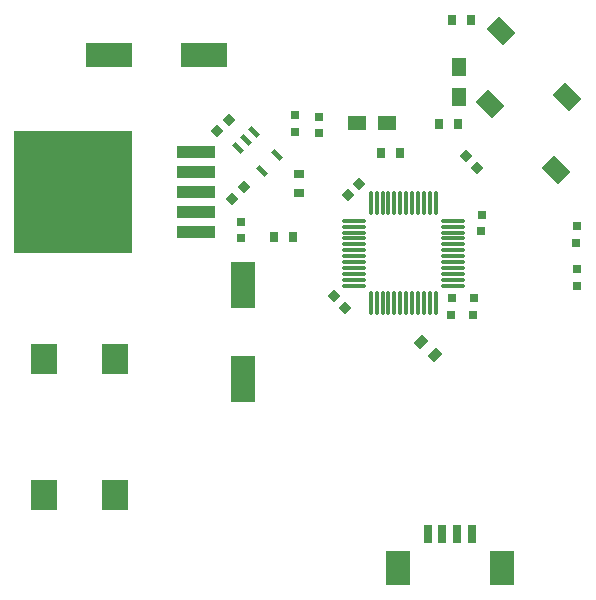
<source format=gtp>
G04*
G04 #@! TF.GenerationSoftware,Altium Limited,Altium Designer,19.1.8 (144)*
G04*
G04 Layer_Color=8421504*
%FSLAX44Y44*%
%MOMM*%
G71*
G01*
G75*
G04:AMPARAMS|DCode=18|XSize=0.8mm|YSize=0.965mm|CornerRadius=0mm|HoleSize=0mm|Usage=FLASHONLY|Rotation=315.000|XOffset=0mm|YOffset=0mm|HoleType=Round|Shape=Rectangle|*
%AMROTATEDRECTD18*
4,1,4,-0.6240,-0.0583,0.0583,0.6240,0.6240,0.0583,-0.0583,-0.6240,-0.6240,-0.0583,0.0*
%
%ADD18ROTATEDRECTD18*%

%ADD19R,0.7620X0.7620*%
%ADD20P,1.0776X4X360.0*%
%ADD21R,0.8000X0.9650*%
%ADD22P,1.0776X4X270.0*%
%ADD23R,0.9650X0.8000*%
%ADD24R,2.3000X2.5000*%
%ADD25R,3.2000X1.0500*%
%ADD26R,10.0000X10.4500*%
%ADD27R,4.0000X2.0000*%
%ADD28R,2.0000X4.0000*%
G04:AMPARAMS|DCode=29|XSize=0.45mm|YSize=1mm|CornerRadius=0mm|HoleSize=0mm|Usage=FLASHONLY|Rotation=45.000|XOffset=0mm|YOffset=0mm|HoleType=Round|Shape=Rectangle|*
%AMROTATEDRECTD29*
4,1,4,0.1945,-0.5127,-0.5127,0.1945,-0.1945,0.5127,0.5127,-0.1945,0.1945,-0.5127,0.0*
%
%ADD29ROTATEDRECTD29*%

G04:AMPARAMS|DCode=30|XSize=2mm|YSize=1.5mm|CornerRadius=0mm|HoleSize=0mm|Usage=FLASHONLY|Rotation=135.000|XOffset=0mm|YOffset=0mm|HoleType=Round|Shape=Rectangle|*
%AMROTATEDRECTD30*
4,1,4,1.2374,-0.1768,0.1768,-1.2374,-1.2374,0.1768,-0.1768,1.2374,1.2374,-0.1768,0.0*
%
%ADD30ROTATEDRECTD30*%

%ADD31R,1.5240X1.2700*%
%ADD32R,1.2700X1.5240*%
%ADD33O,0.3000X2.1000*%
%ADD34O,2.1000X0.3000*%
%ADD35R,2.1000X3.0000*%
%ADD36R,0.8000X1.6000*%
D18*
X828250Y637250D02*
D03*
X839564Y625936D02*
D03*
D19*
X872246Y660280D02*
D03*
X872500Y674250D02*
D03*
X853500Y660500D02*
D03*
X853754Y674470D02*
D03*
X959500Y735250D02*
D03*
X959246Y721280D02*
D03*
X959500Y685000D02*
D03*
X959754Y698970D02*
D03*
X879254Y744970D02*
D03*
X879000Y731000D02*
D03*
X675640Y739140D02*
D03*
X675386Y725170D02*
D03*
X741680Y828040D02*
D03*
X741426Y814070D02*
D03*
X721360Y829310D02*
D03*
X721106Y815340D02*
D03*
D20*
X753851Y676399D02*
D03*
X763550Y666341D02*
D03*
X875449Y784442D02*
D03*
X865750Y794500D02*
D03*
D21*
X870000Y910000D02*
D03*
X854000D02*
D03*
X843280Y821690D02*
D03*
X859280D02*
D03*
X794260Y797560D02*
D03*
X810260D02*
D03*
X719250Y726600D02*
D03*
X703250D02*
D03*
D22*
X775750Y771500D02*
D03*
X765692Y761801D02*
D03*
X668122Y758651D02*
D03*
X678180Y768350D02*
D03*
X655422Y815801D02*
D03*
X665480Y825500D02*
D03*
D23*
X724875Y779375D02*
D03*
Y763375D02*
D03*
D24*
X568960Y508000D02*
D03*
X508960D02*
D03*
X568960Y623000D02*
D03*
X508960D02*
D03*
D25*
X637540Y730540D02*
D03*
Y747540D02*
D03*
Y764540D02*
D03*
Y781540D02*
D03*
Y798540D02*
D03*
D26*
X533400Y764540D02*
D03*
D27*
X564000Y880000D02*
D03*
X644000D02*
D03*
D28*
X676910Y605800D02*
D03*
Y685800D02*
D03*
D29*
X672993Y802012D02*
D03*
X686428Y815447D02*
D03*
X679710Y808729D02*
D03*
X706227Y795648D02*
D03*
X692792Y782213D02*
D03*
D30*
X895322Y900678D02*
D03*
X951557Y844726D02*
D03*
X942500Y783000D02*
D03*
X886266Y838952D02*
D03*
D31*
X798830Y822960D02*
D03*
X773430D02*
D03*
D32*
X860000Y870000D02*
D03*
Y844600D02*
D03*
D33*
X840300Y670200D02*
D03*
X835300D02*
D03*
X830300D02*
D03*
X825300D02*
D03*
X820300D02*
D03*
X815300D02*
D03*
X810300D02*
D03*
X805300D02*
D03*
X800300D02*
D03*
X795300D02*
D03*
X790300D02*
D03*
X785300D02*
D03*
Y754740D02*
D03*
X790300D02*
D03*
X795300D02*
D03*
X800300D02*
D03*
X805300D02*
D03*
X810300D02*
D03*
X815300D02*
D03*
X820300D02*
D03*
X825300D02*
D03*
X830300D02*
D03*
X835300D02*
D03*
X840300D02*
D03*
D34*
X770784Y684970D02*
D03*
Y689970D02*
D03*
Y694970D02*
D03*
Y699970D02*
D03*
Y704970D02*
D03*
Y709970D02*
D03*
Y714970D02*
D03*
Y719970D02*
D03*
Y724970D02*
D03*
Y729970D02*
D03*
Y734970D02*
D03*
Y739970D02*
D03*
X855070D02*
D03*
Y734970D02*
D03*
Y729970D02*
D03*
Y724970D02*
D03*
Y719970D02*
D03*
Y714970D02*
D03*
Y709970D02*
D03*
Y704970D02*
D03*
Y699970D02*
D03*
Y694970D02*
D03*
Y689970D02*
D03*
Y684970D02*
D03*
D35*
X808000Y446000D02*
D03*
X896500D02*
D03*
D36*
X833500Y475000D02*
D03*
X846000D02*
D03*
X858500D02*
D03*
X871000D02*
D03*
M02*

</source>
